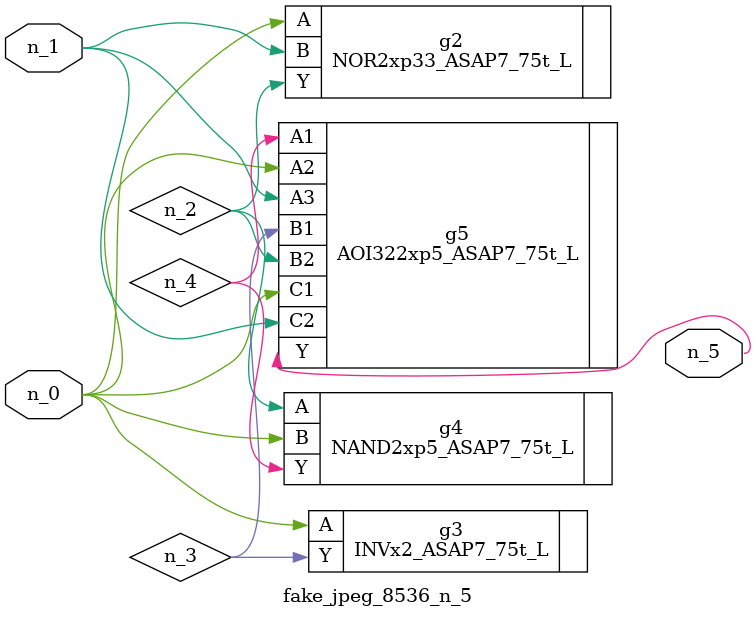
<source format=v>
module fake_jpeg_8536_n_5 (n_0, n_1, n_5);

input n_0;
input n_1;

output n_5;

wire n_3;
wire n_2;
wire n_4;

NOR2xp33_ASAP7_75t_L g2 ( 
.A(n_0),
.B(n_1),
.Y(n_2)
);

INVx2_ASAP7_75t_L g3 ( 
.A(n_0),
.Y(n_3)
);

NAND2xp5_ASAP7_75t_L g4 ( 
.A(n_2),
.B(n_0),
.Y(n_4)
);

AOI322xp5_ASAP7_75t_L g5 ( 
.A1(n_4),
.A2(n_0),
.A3(n_1),
.B1(n_3),
.B2(n_2),
.C1(n_0),
.C2(n_1),
.Y(n_5)
);


endmodule
</source>
